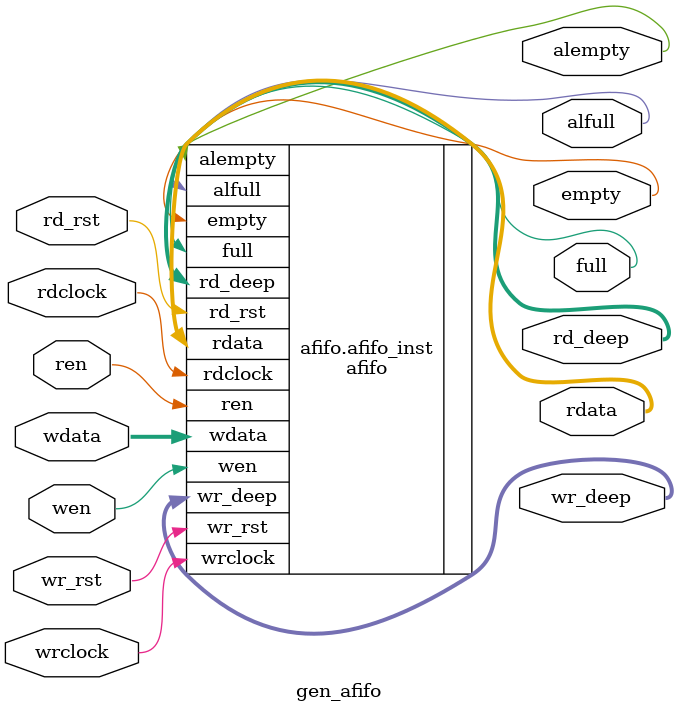
<source format=v>
`default_nettype wire
`timescale 1ns/1ps
module gen_afifo #(parameter
    DEVICE_FIFO               = "GENERAL"        , //"ALTERA","XILINX","GENERAL"
    IS_ARRAY_RAM              =   0              ,
    RAM_STYLE_MODE            =  "block"         , //"distributed", "registers","block","aoto"
    WIDTH_DATA                =   36             ,
    WIDTH_ADDR                =   9              ,
    WATERAGE_UP               =   1              , //���ֵ: alfull ��Ӧ��ˮλ + WATERAGE_UP   = full
    WATERAGE_DOWN             =   1              , //���ֵ��alempty��Ӧ��ˮλ - WATERAGE_DOWN = empty
    SHOW_AHEAD                =   1              , //1��ʾshow_aheadģʽ��0��ʾnormalģʽ
    OVERLIMIT_CHECK           =   1              , //
    OUT_REGISTERED            =   0              , // 0 -> no registered ;
                                                   // 1 -> ram embed registered data out ;
                                                   // 2 -> registered dq out of ram ;
    FIFO_SYNC_LEVEL           =   2                // 1,2
)
(
    input   wire                    wrclock  ,
    input   wire                    wr_rst   ,
    input   wire  [WIDTH_DATA-1:0]  wdata    ,
    input   wire                    wen      ,

    input   wire                    rdclock  ,
    input   wire                    rd_rst   ,
    input   wire                    ren      ,
    output  wire  [WIDTH_DATA-1:0]  rdata    ,

    output  wire                    alfull   ,
    output  wire                    full     ,
    output  wire                    alempty  ,
    output  wire                    empty    ,
    output  wire  [WIDTH_ADDR-1:0]  wr_deep  ,
    output  wire  [WIDTH_ADDR-1:0]  rd_deep
);

generate
    if (DEVICE_FIFO == "XILINX") 
        begin: afifo
        localparam  READ_MODE = (SHOW_AHEAD == 1) ? "fwft" : "std";
        localparam  FIFO_READ_LATENCY = (SHOW_AHEAD == 1) ? 0 : 1;
        localparam  PROG_FULL_THRESH  = 2 ** WIDTH_ADDR - WATERAGE_UP ;
        localparam  PROG_EMPTY_THRESH = WATERAGE_DOWN ;
        // xpm_fifo_async: Asynchronous FIFO
        // Xilinx Parameterized Macro, Version 2017.4
        xpm_fifo_async # (
            .FIFO_MEMORY_TYPE       ( "auto"                ), //string; "auto", "block", or "distributed";
            .ECC_MODE               ( "no_ecc"              ), //string; "no_ecc" or "en_ecc";
            .RELATED_CLOCKS         ( 0                     ), //positive integer; 0 or 1
            .FIFO_WRITE_DEPTH       ( 2 ** WIDTH_ADDR       ), //positive integer
            .WRITE_DATA_WIDTH       ( WIDTH_DATA            ), //positive integer
            .WR_DATA_COUNT_WIDTH    ( WIDTH_ADDR            ), //positive integer
            .PROG_FULL_THRESH       ( PROG_FULL_THRESH      ), //positive integer
            .FULL_RESET_VALUE       ( 0                     ), //positive integer; 0 or 1
            .USE_ADV_FEATURES       ( "0707"                ), //string; "0000" to "1F1F";
            .READ_MODE              ( READ_MODE             ), //string; "std" or "fwft";
            .FIFO_READ_LATENCY      ( FIFO_READ_LATENCY     ), //positive integer;
            .READ_DATA_WIDTH        ( WIDTH_DATA            ), //positive integer
            .RD_DATA_COUNT_WIDTH    ( WIDTH_ADDR            ), //positive integer
            .PROG_EMPTY_THRESH      ( PROG_EMPTY_THRESH     ), //positive integer
            .DOUT_RESET_VALUE       ( "0"                   ), //string
            .CDC_SYNC_STAGES        ( 2                     ), //positive integer
            .WAKEUP_TIME            ( 0                     ) //positive integer; 0 or 2;
        )
        afifo_inst (
            .rst                    ( wr_rst      ),
            .wr_clk                 ( wrclock     ),
            .wr_en                  ( wen         ),
            .din                    ( wdata       ),
            .full                   ( full        ),
            .overflow               (             ),
            .prog_full              ( alfull      ),
            .wr_data_count          ( wr_deep     ),
            .almost_full            (             ),
            .wr_ack                 (             ),
            .wr_rst_busy            (             ),
            .rd_clk                 ( rdclock     ),
            .rd_en                  ( ren         ),
            .dout                   ( rdata       ),
            .empty                  ( empty       ),
            .underflow              (             ),
            .rd_rst_busy            (             ),
            .prog_empty             ( alempty     ),
            .rd_data_count          ( rd_deep     ),
            .almost_empty           (             ),
            .data_valid             (             ),
            .sleep                  ( 1'b0        ),
            .injectsbiterr          ( 1'b0        ),
            .injectdbiterr          ( 1'b0        ),
            .sbiterr                (             ),
            .dbiterr                (             )
        );
        end
    else 
        begin: afifo
        afifo #(
            .RAM_STYLE_MODE         ( RAM_STYLE_MODE      ), //"distributed", "registers","block"
            .WIDTH_DATA             ( WIDTH_DATA          ),
            .WIDTH_ADDR             ( WIDTH_ADDR          ),
            .WATERAGE_UP            ( WATERAGE_UP         ),
            .WATERAGE_DOWN          ( WATERAGE_DOWN       ),
            .SHOW_AHEAD             ( SHOW_AHEAD          ),
            .OVERLIMIT_CHECK        ( OVERLIMIT_CHECK     ),
            .OUT_REGISTERED         ( OUT_REGISTERED      ),
            .FIFO_SYNC_LEVEL        ( FIFO_SYNC_LEVEL     ),
            .IS_ARRAY_RAM           ( IS_ARRAY_RAM        )
        )
        afifo_inst (
            .wrclock                ( wrclock     ),
            .wr_rst                 ( wr_rst      ),
            .wdata                  ( wdata       ),
            .wen                    ( wen         ),

            .rdclock                ( rdclock     ),
            .rd_rst                 ( rd_rst      ),
            .ren                    ( ren         ),
            .rdata                  ( rdata       ),

            .alfull                 ( alfull      ),
            .full                   ( full        ),
            .alempty                ( alempty     ),
            .empty                  ( empty       ),
            .wr_deep                ( wr_deep     ),
            .rd_deep                ( rd_deep     )
        );

    end
endgenerate
endmodule

</source>
